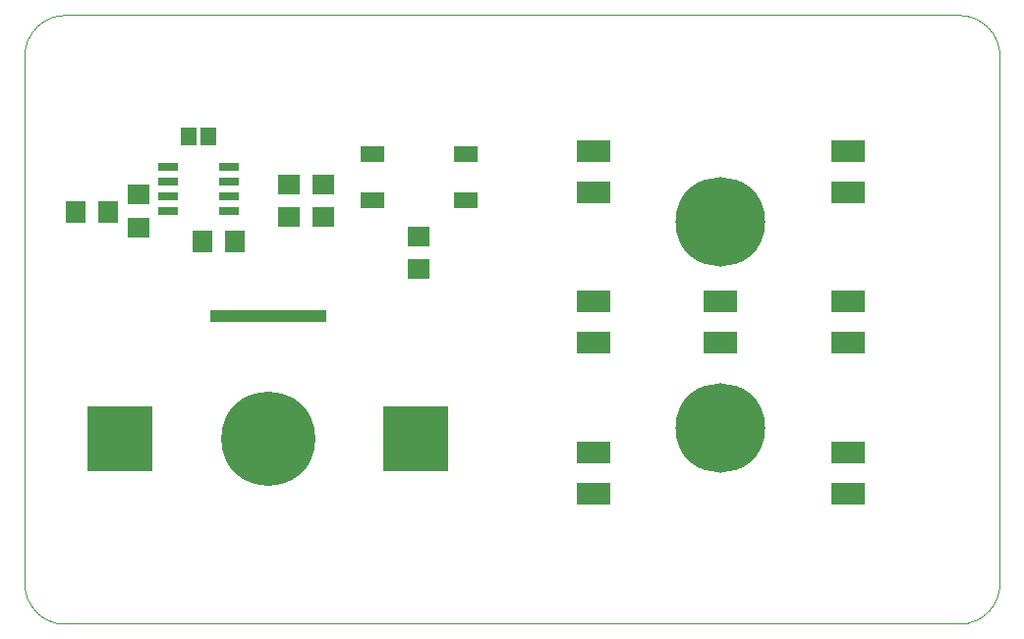
<source format=gbs>
G75*
%MOIN*%
%OFA0B0*%
%FSLAX25Y25*%
%IPPOS*%
%LPD*%
%AMOC8*
5,1,8,0,0,1.08239X$1,22.5*
%
%ADD10C,0.00000*%
%ADD11R,0.22054X0.22054*%
%ADD12C,0.31896*%
%ADD13R,0.39770X0.04337*%
%ADD14R,0.05518X0.06306*%
%ADD15R,0.11400X0.07400*%
%ADD16R,0.06699X0.02762*%
%ADD17R,0.06699X0.07498*%
%ADD18R,0.07498X0.06699*%
%ADD19R,0.08274X0.05400*%
%ADD20C,0.30400*%
D10*
X0076833Y0043663D02*
X0076833Y0222797D01*
X0076837Y0223130D01*
X0076849Y0223463D01*
X0076869Y0223795D01*
X0076897Y0224127D01*
X0076933Y0224458D01*
X0076978Y0224788D01*
X0077030Y0225117D01*
X0077090Y0225445D01*
X0077158Y0225771D01*
X0077233Y0226095D01*
X0077317Y0226417D01*
X0077408Y0226737D01*
X0077507Y0227055D01*
X0077614Y0227371D01*
X0077728Y0227683D01*
X0077850Y0227993D01*
X0077980Y0228300D01*
X0078116Y0228604D01*
X0078260Y0228904D01*
X0078411Y0229201D01*
X0078570Y0229494D01*
X0078735Y0229783D01*
X0078907Y0230068D01*
X0079086Y0230349D01*
X0079272Y0230625D01*
X0079465Y0230897D01*
X0079664Y0231164D01*
X0079869Y0231426D01*
X0080081Y0231683D01*
X0080299Y0231935D01*
X0080522Y0232181D01*
X0080752Y0232422D01*
X0080988Y0232658D01*
X0081229Y0232888D01*
X0081475Y0233111D01*
X0081727Y0233329D01*
X0081984Y0233541D01*
X0082246Y0233746D01*
X0082513Y0233945D01*
X0082785Y0234138D01*
X0083061Y0234324D01*
X0083342Y0234503D01*
X0083627Y0234675D01*
X0083916Y0234840D01*
X0084209Y0234999D01*
X0084506Y0235150D01*
X0084806Y0235294D01*
X0085110Y0235430D01*
X0085417Y0235560D01*
X0085727Y0235682D01*
X0086039Y0235796D01*
X0086355Y0235903D01*
X0086673Y0236002D01*
X0086993Y0236093D01*
X0087315Y0236177D01*
X0087639Y0236252D01*
X0087965Y0236320D01*
X0088293Y0236380D01*
X0088622Y0236432D01*
X0088952Y0236477D01*
X0089283Y0236513D01*
X0089615Y0236541D01*
X0089947Y0236561D01*
X0090280Y0236573D01*
X0090613Y0236577D01*
X0090613Y0236576D02*
X0393762Y0236576D01*
X0393762Y0236577D02*
X0394095Y0236573D01*
X0394428Y0236561D01*
X0394760Y0236541D01*
X0395092Y0236513D01*
X0395423Y0236477D01*
X0395753Y0236432D01*
X0396082Y0236380D01*
X0396410Y0236320D01*
X0396736Y0236252D01*
X0397060Y0236177D01*
X0397382Y0236093D01*
X0397702Y0236002D01*
X0398020Y0235903D01*
X0398336Y0235796D01*
X0398648Y0235682D01*
X0398958Y0235560D01*
X0399265Y0235430D01*
X0399569Y0235294D01*
X0399869Y0235150D01*
X0400166Y0234999D01*
X0400459Y0234840D01*
X0400748Y0234675D01*
X0401033Y0234503D01*
X0401314Y0234324D01*
X0401590Y0234138D01*
X0401862Y0233945D01*
X0402129Y0233746D01*
X0402391Y0233541D01*
X0402648Y0233329D01*
X0402900Y0233111D01*
X0403146Y0232888D01*
X0403387Y0232658D01*
X0403623Y0232422D01*
X0403853Y0232181D01*
X0404076Y0231935D01*
X0404294Y0231683D01*
X0404506Y0231426D01*
X0404711Y0231164D01*
X0404910Y0230897D01*
X0405103Y0230625D01*
X0405289Y0230349D01*
X0405468Y0230068D01*
X0405640Y0229783D01*
X0405805Y0229494D01*
X0405964Y0229201D01*
X0406115Y0228904D01*
X0406259Y0228604D01*
X0406395Y0228300D01*
X0406525Y0227993D01*
X0406647Y0227683D01*
X0406761Y0227371D01*
X0406868Y0227055D01*
X0406967Y0226737D01*
X0407058Y0226417D01*
X0407142Y0226095D01*
X0407217Y0225771D01*
X0407285Y0225445D01*
X0407345Y0225117D01*
X0407397Y0224788D01*
X0407442Y0224458D01*
X0407478Y0224127D01*
X0407506Y0223795D01*
X0407526Y0223463D01*
X0407538Y0223130D01*
X0407542Y0222797D01*
X0407542Y0043663D01*
X0407538Y0043330D01*
X0407526Y0042997D01*
X0407506Y0042665D01*
X0407478Y0042333D01*
X0407442Y0042002D01*
X0407397Y0041672D01*
X0407345Y0041343D01*
X0407285Y0041015D01*
X0407217Y0040689D01*
X0407142Y0040365D01*
X0407058Y0040043D01*
X0406967Y0039723D01*
X0406868Y0039405D01*
X0406761Y0039089D01*
X0406647Y0038777D01*
X0406525Y0038467D01*
X0406395Y0038160D01*
X0406259Y0037856D01*
X0406115Y0037556D01*
X0405964Y0037259D01*
X0405805Y0036966D01*
X0405640Y0036677D01*
X0405468Y0036392D01*
X0405289Y0036111D01*
X0405103Y0035835D01*
X0404910Y0035563D01*
X0404711Y0035296D01*
X0404506Y0035034D01*
X0404294Y0034777D01*
X0404076Y0034525D01*
X0403853Y0034279D01*
X0403623Y0034038D01*
X0403387Y0033802D01*
X0403146Y0033572D01*
X0402900Y0033349D01*
X0402648Y0033131D01*
X0402391Y0032919D01*
X0402129Y0032714D01*
X0401862Y0032515D01*
X0401590Y0032322D01*
X0401314Y0032136D01*
X0401033Y0031957D01*
X0400748Y0031785D01*
X0400459Y0031620D01*
X0400166Y0031461D01*
X0399869Y0031310D01*
X0399569Y0031166D01*
X0399265Y0031030D01*
X0398958Y0030900D01*
X0398648Y0030778D01*
X0398336Y0030664D01*
X0398020Y0030557D01*
X0397702Y0030458D01*
X0397382Y0030367D01*
X0397060Y0030283D01*
X0396736Y0030208D01*
X0396410Y0030140D01*
X0396082Y0030080D01*
X0395753Y0030028D01*
X0395423Y0029983D01*
X0395092Y0029947D01*
X0394760Y0029919D01*
X0394428Y0029899D01*
X0394095Y0029887D01*
X0393762Y0029883D01*
X0090613Y0029883D01*
X0090280Y0029887D01*
X0089947Y0029899D01*
X0089615Y0029919D01*
X0089283Y0029947D01*
X0088952Y0029983D01*
X0088622Y0030028D01*
X0088293Y0030080D01*
X0087965Y0030140D01*
X0087639Y0030208D01*
X0087315Y0030283D01*
X0086993Y0030367D01*
X0086673Y0030458D01*
X0086355Y0030557D01*
X0086039Y0030664D01*
X0085727Y0030778D01*
X0085417Y0030900D01*
X0085110Y0031030D01*
X0084806Y0031166D01*
X0084506Y0031310D01*
X0084209Y0031461D01*
X0083916Y0031620D01*
X0083627Y0031785D01*
X0083342Y0031957D01*
X0083061Y0032136D01*
X0082785Y0032322D01*
X0082513Y0032515D01*
X0082246Y0032714D01*
X0081984Y0032919D01*
X0081727Y0033131D01*
X0081475Y0033349D01*
X0081229Y0033572D01*
X0080988Y0033802D01*
X0080752Y0034038D01*
X0080522Y0034279D01*
X0080299Y0034525D01*
X0080081Y0034777D01*
X0079869Y0035034D01*
X0079664Y0035296D01*
X0079465Y0035563D01*
X0079272Y0035835D01*
X0079086Y0036111D01*
X0078907Y0036392D01*
X0078735Y0036677D01*
X0078570Y0036966D01*
X0078411Y0037259D01*
X0078260Y0037556D01*
X0078116Y0037856D01*
X0077980Y0038160D01*
X0077850Y0038467D01*
X0077728Y0038777D01*
X0077614Y0039089D01*
X0077507Y0039405D01*
X0077408Y0039723D01*
X0077317Y0040043D01*
X0077233Y0040365D01*
X0077158Y0040689D01*
X0077090Y0041015D01*
X0077030Y0041343D01*
X0076978Y0041672D01*
X0076933Y0042002D01*
X0076897Y0042333D01*
X0076869Y0042665D01*
X0076849Y0042997D01*
X0076837Y0043330D01*
X0076833Y0043663D01*
D11*
X0109314Y0092875D03*
X0209707Y0092875D03*
D12*
X0159510Y0092875D03*
D13*
X0159510Y0134214D03*
D14*
X0139235Y0195238D03*
X0132542Y0195238D03*
D15*
X0269747Y0190427D03*
X0269747Y0176427D03*
X0269747Y0139246D03*
X0269747Y0125246D03*
X0313054Y0125246D03*
X0313054Y0139246D03*
X0356361Y0139246D03*
X0356361Y0125246D03*
X0356361Y0088064D03*
X0356361Y0074064D03*
X0269747Y0074064D03*
X0269747Y0088064D03*
X0356361Y0176427D03*
X0356361Y0190427D03*
D16*
X0146337Y0185021D03*
X0146337Y0180060D03*
X0146337Y0175060D03*
X0146337Y0170060D03*
X0125440Y0170021D03*
X0125440Y0175021D03*
X0125440Y0180021D03*
X0125440Y0185021D03*
D17*
X0105266Y0169647D03*
X0094070Y0169647D03*
X0137180Y0159805D03*
X0148377Y0159805D03*
D18*
X0166400Y0167986D03*
X0178211Y0167986D03*
X0178211Y0179183D03*
X0166400Y0179183D03*
X0210692Y0161466D03*
X0210692Y0150269D03*
X0115416Y0164442D03*
X0115416Y0175639D03*
D19*
X0194944Y0173584D03*
X0194944Y0189332D03*
X0226440Y0189332D03*
X0226440Y0173584D03*
D20*
X0313054Y0166458D03*
X0313054Y0096458D03*
M02*

</source>
